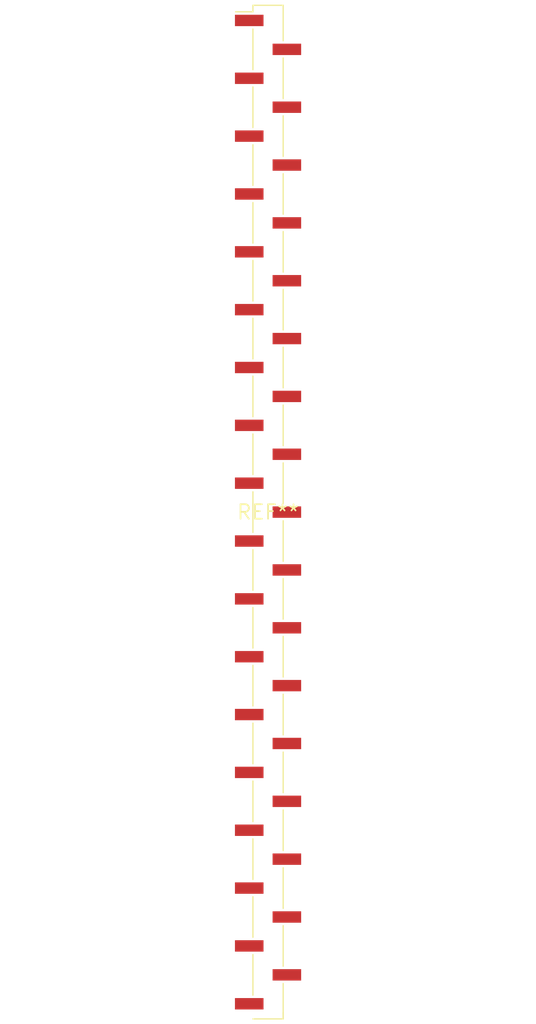
<source format=kicad_pcb>
(kicad_pcb (version 20240108) (generator pcbnew)
  (layers (0 "F.Cu" signal) (31 "B.Cu" signal) (34 "B.Paste" user) (35 "F.Paste" user) (36 "B.SilkS" user "B.Silkscreen") (37 "F.SilkS" user "F.Silkscreen") (38 "B.Mask" user) (39 "F.Mask" user) (44 "Edge.Cuts" user))
  (net 0 "")
  (footprint "PinHeader_1x35_P2.54mm_Vertical_SMD_Pin1Left" (layer "F.Cu") (at 0 0)
    (property "Reference" "REF**")
    (property "Value" "PinHeader_1x35_P2.54mm_Vertical_SMD_Pin1Left")
    (fp_line (start -1.33 -44.51) (end -1.33 -43.94) (layer "F.SilkS") (stroke (width 0.12)))
    (fp_line (start -1.33 -44.51) (end 1.33 -44.51) (layer "F.SilkS") (stroke (width 0.12)))
    (fp_line (start -1.33 -43.94) (end -2.85 -43.94) (layer "F.SilkS") (stroke (width 0.12)))
    (fp_line (start -1.33 -42.42) (end -1.33 -38.86) (layer "F.SilkS") (stroke (width 0.12)))
    (fp_line (start -1.33 -37.34) (end -1.33 -33.78) (layer "F.SilkS") (stroke (width 0.12)))
    (fp_line (start -1.33 -32.26) (end -1.33 -28.7) (layer "F.SilkS") (stroke (width 0.12)))
    (fp_line (start -1.33 -27.18) (end -1.33 -23.62) (layer "F.SilkS") (stroke (width 0.12)))
    (fp_line (start -1.33 -22.1) (end -1.33 -18.54) (layer "F.SilkS") (stroke (width 0.12)))
    (fp_line (start -1.33 -17.02) (end -1.33 -13.46) (layer "F.SilkS") (stroke (width 0.12)))
    (fp_line (start -1.33 -11.94) (end -1.33 -8.38) (layer "F.SilkS") (stroke (width 0.12)))
    (fp_line (start -1.33 -6.86) (end -1.33 -3.3) (layer "F.SilkS") (stroke (width 0.12)))
    (fp_line (start -1.33 -1.78) (end -1.33 1.78) (layer "F.SilkS") (stroke (width 0.12)))
    (fp_line (start -1.33 3.3) (end -1.33 6.86) (layer "F.SilkS") (stroke (width 0.12)))
    (fp_line (start -1.33 8.38) (end -1.33 11.94) (layer "F.SilkS") (stroke (width 0.12)))
    (fp_line (start -1.33 13.46) (end -1.33 17.02) (layer "F.SilkS") (stroke (width 0.12)))
    (fp_line (start -1.33 18.54) (end -1.33 22.1) (layer "F.SilkS") (stroke (width 0.12)))
    (fp_line (start -1.33 23.62) (end -1.33 27.18) (layer "F.SilkS") (stroke (width 0.12)))
    (fp_line (start -1.33 28.7) (end -1.33 32.26) (layer "F.SilkS") (stroke (width 0.12)))
    (fp_line (start -1.33 33.78) (end -1.33 37.34) (layer "F.SilkS") (stroke (width 0.12)))
    (fp_line (start -1.33 38.86) (end -1.33 42.42) (layer "F.SilkS") (stroke (width 0.12)))
    (fp_line (start -1.33 44.51) (end 1.33 44.51) (layer "F.SilkS") (stroke (width 0.12)))
    (fp_line (start 1.33 -44.51) (end 1.33 -41.4) (layer "F.SilkS") (stroke (width 0.12)))
    (fp_line (start 1.33 -39.88) (end 1.33 -36.32) (layer "F.SilkS") (stroke (width 0.12)))
    (fp_line (start 1.33 -34.8) (end 1.33 -31.24) (layer "F.SilkS") (stroke (width 0.12)))
    (fp_line (start 1.33 -29.72) (end 1.33 -26.16) (layer "F.SilkS") (stroke (width 0.12)))
    (fp_line (start 1.33 -24.64) (end 1.33 -21.08) (layer "F.SilkS") (stroke (width 0.12)))
    (fp_line (start 1.33 -19.56) (end 1.33 -16) (layer "F.SilkS") (stroke (width 0.12)))
    (fp_line (start 1.33 -14.48) (end 1.33 -10.92) (layer "F.SilkS") (stroke (width 0.12)))
    (fp_line (start 1.33 -9.4) (end 1.33 -5.84) (layer "F.SilkS") (stroke (width 0.12)))
    (fp_line (start 1.33 -4.32) (end 1.33 -0.76) (layer "F.SilkS") (stroke (width 0.12)))
    (fp_line (start 1.33 0.76) (end 1.33 4.32) (layer "F.SilkS") (stroke (width 0.12)))
    (fp_line (start 1.33 5.84) (end 1.33 9.4) (layer "F.SilkS") (stroke (width 0.12)))
    (fp_line (start 1.33 10.92) (end 1.33 14.48) (layer "F.SilkS") (stroke (width 0.12)))
    (fp_line (start 1.33 16) (end 1.33 19.56) (layer "F.SilkS") (stroke (width 0.12)))
    (fp_line (start 1.33 21.08) (end 1.33 24.64) (layer "F.SilkS") (stroke (width 0.12)))
    (fp_line (start 1.33 26.16) (end 1.33 29.72) (layer "F.SilkS") (stroke (width 0.12)))
    (fp_line (start 1.33 31.24) (end 1.33 34.8) (layer "F.SilkS") (stroke (width 0.12)))
    (fp_line (start 1.33 36.32) (end 1.33 39.88) (layer "F.SilkS") (stroke (width 0.12)))
    (fp_line (start 1.33 41.4) (end 1.33 44.51) (layer "F.SilkS") (stroke (width 0.12)))
    (fp_line (start 1.33 43.94) (end 1.33 44.51) (layer "F.SilkS") (stroke (width 0.12)))
    (pad "1" smd rect (at -1.655 -43.18) (size 2.51 1) (layers "F.Cu" "F.Paste" "F.Mask"))
    (pad "2" smd rect (at 1.655 -40.64) (size 2.51 1) (layers "F.Cu" "F.Paste" "F.Mask"))
    (pad "3" smd rect (at -1.655 -38.1) (size 2.51 1) (layers "F.Cu" "F.Paste" "F.Mask"))
    (pad "4" smd rect (at 1.655 -35.56) (size 2.51 1) (layers "F.Cu" "F.Paste" "F.Mask"))
    (pad "5" smd rect (at -1.655 -33.02) (size 2.51 1) (layers "F.Cu" "F.Paste" "F.Mask"))
    (pad "6" smd rect (at 1.655 -30.48) (size 2.51 1) (layers "F.Cu" "F.Paste" "F.Mask"))
    (pad "7" smd rect (at -1.655 -27.94) (size 2.51 1) (layers "F.Cu" "F.Paste" "F.Mask"))
    (pad "8" smd rect (at 1.655 -25.4) (size 2.51 1) (layers "F.Cu" "F.Paste" "F.Mask"))
    (pad "9" smd rect (at -1.655 -22.86) (size 2.51 1) (layers "F.Cu" "F.Paste" "F.Mask"))
    (pad "10" smd rect (at 1.655 -20.32) (size 2.51 1) (layers "F.Cu" "F.Paste" "F.Mask"))
    (pad "11" smd rect (at -1.655 -17.78) (size 2.51 1) (layers "F.Cu" "F.Paste" "F.Mask"))
    (pad "12" smd rect (at 1.655 -15.24) (size 2.51 1) (layers "F.Cu" "F.Paste" "F.Mask"))
    (pad "13" smd rect (at -1.655 -12.7) (size 2.51 1) (layers "F.Cu" "F.Paste" "F.Mask"))
    (pad "14" smd rect (at 1.655 -10.16) (size 2.51 1) (layers "F.Cu" "F.Paste" "F.Mask"))
    (pad "15" smd rect (at -1.655 -7.62) (size 2.51 1) (layers "F.Cu" "F.Paste" "F.Mask"))
    (pad "16" smd rect (at 1.655 -5.08) (size 2.51 1) (layers "F.Cu" "F.Paste" "F.Mask"))
    (pad "17" smd rect (at -1.655 -2.54) (size 2.51 1) (layers "F.Cu" "F.Paste" "F.Mask"))
    (pad "18" smd rect (at 1.655 0) (size 2.51 1) (layers "F.Cu" "F.Paste" "F.Mask"))
    (pad "19" smd rect (at -1.655 2.54) (size 2.51 1) (layers "F.Cu" "F.Paste" "F.Mask"))
    (pad "20" smd rect (at 1.655 5.08) (size 2.51 1) (layers "F.Cu" "F.Paste" "F.Mask"))
    (pad "21" smd rect (at -1.655 7.62) (size 2.51 1) (layers "F.Cu" "F.Paste" "F.Mask"))
    (pad "22" smd rect (at 1.655 10.16) (size 2.51 1) (layers "F.Cu" "F.Paste" "F.Mask"))
    (pad "23" smd rect (at -1.655 12.7) (size 2.51 1) (layers "F.Cu" "F.Paste" "F.Mask"))
    (pad "24" smd rect (at 1.655 15.24) (size 2.51 1) (layers "F.Cu" "F.Paste" "F.Mask"))
    (pad "25" smd rect (at -1.655 17.78) (size 2.51 1) (layers "F.Cu" "F.Paste" "F.Mask"))
    (pad "26" smd rect (at 1.655 20.32) (size 2.51 1) (layers "F.Cu" "F.Paste" "F.Mask"))
    (pad "27" smd rect (at -1.655 22.86) (size 2.51 1) (layers "F.Cu" "F.Paste" "F.Mask"))
    (pad "28" smd rect (at 1.655 25.4) (size 2.51 1) (layers "F.Cu" "F.Paste" "F.Mask"))
    (pad "29" smd rect (at -1.655 27.94) (size 2.51 1) (layers "F.Cu" "F.Paste" "F.Mask"))
    (pad "30" smd rect (at 1.655 30.48) (size 2.51 1) (layers "F.Cu" "F.Paste" "F.Mask"))
    (pad "31" smd rect (at -1.655 33.02) (size 2.51 1) (layers "F.Cu" "F.Paste" "F.Mask"))
    (pad "32" smd rect (at 1.655 35.56) (size 2.51 1) (layers "F.Cu" "F.Paste" "F.Mask"))
    (pad "33" smd rect (at -1.655 38.1) (size 2.51 1) (layers "F.Cu" "F.Paste" "F.Mask"))
    (pad "34" smd rect (at 1.655 40.64) (size 2.51 1) (layers "F.Cu" "F.Paste" "F.Mask"))
    (pad "35" smd rect (at -1.655 43.18) (size 2.51 1) (layers "F.Cu" "F.Paste" "F.Mask"))
  )
)
</source>
